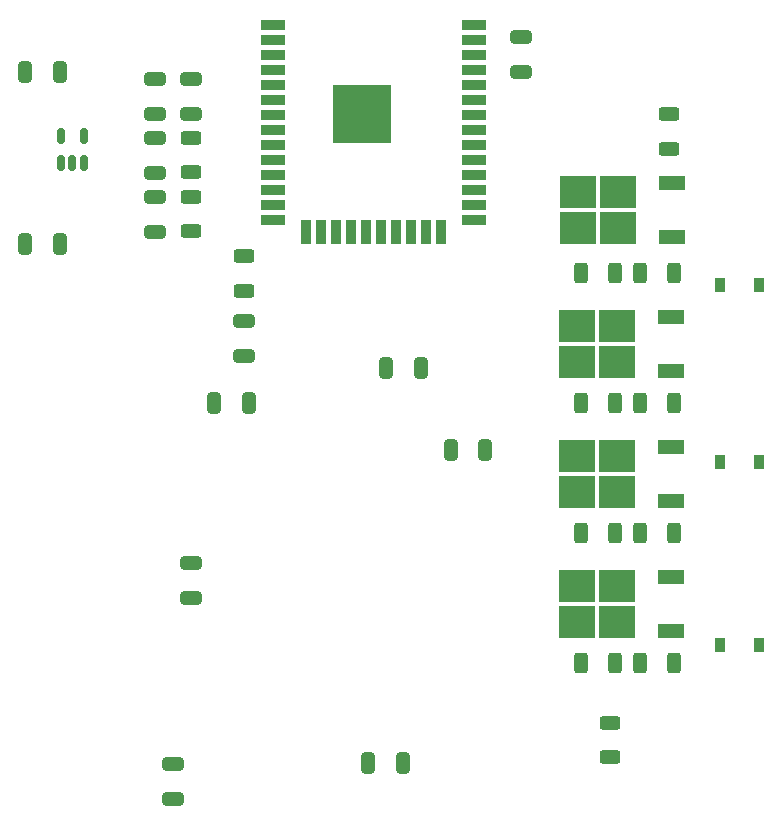
<source format=gtp>
%TF.GenerationSoftware,KiCad,Pcbnew,6.0.2+dfsg-1*%
%TF.CreationDate,2022-06-19T17:26:26+02:00*%
%TF.ProjectId,PlantSensor,506c616e-7453-4656-9e73-6f722e6b6963,3*%
%TF.SameCoordinates,PX5f5e100PY623a7c0*%
%TF.FileFunction,Paste,Top*%
%TF.FilePolarity,Positive*%
%FSLAX46Y46*%
G04 Gerber Fmt 4.6, Leading zero omitted, Abs format (unit mm)*
G04 Created by KiCad (PCBNEW 6.0.2+dfsg-1) date 2022-06-19 17:26:26*
%MOMM*%
%LPD*%
G01*
G04 APERTURE LIST*
G04 Aperture macros list*
%AMRoundRect*
0 Rectangle with rounded corners*
0 $1 Rounding radius*
0 $2 $3 $4 $5 $6 $7 $8 $9 X,Y pos of 4 corners*
0 Add a 4 corners polygon primitive as box body*
4,1,4,$2,$3,$4,$5,$6,$7,$8,$9,$2,$3,0*
0 Add four circle primitives for the rounded corners*
1,1,$1+$1,$2,$3*
1,1,$1+$1,$4,$5*
1,1,$1+$1,$6,$7*
1,1,$1+$1,$8,$9*
0 Add four rect primitives between the rounded corners*
20,1,$1+$1,$2,$3,$4,$5,0*
20,1,$1+$1,$4,$5,$6,$7,0*
20,1,$1+$1,$6,$7,$8,$9,0*
20,1,$1+$1,$8,$9,$2,$3,0*%
G04 Aperture macros list end*
%ADD10RoundRect,0.250000X0.312500X0.625000X-0.312500X0.625000X-0.312500X-0.625000X0.312500X-0.625000X0*%
%ADD11RoundRect,0.250000X0.325000X0.650000X-0.325000X0.650000X-0.325000X-0.650000X0.325000X-0.650000X0*%
%ADD12RoundRect,0.250000X0.625000X-0.312500X0.625000X0.312500X-0.625000X0.312500X-0.625000X-0.312500X0*%
%ADD13R,0.900000X1.200000*%
%ADD14RoundRect,0.250000X0.650000X-0.325000X0.650000X0.325000X-0.650000X0.325000X-0.650000X-0.325000X0*%
%ADD15RoundRect,0.250000X-0.625000X0.312500X-0.625000X-0.312500X0.625000X-0.312500X0.625000X0.312500X0*%
%ADD16R,3.050000X2.750000*%
%ADD17R,2.200000X1.200000*%
%ADD18RoundRect,0.250000X-0.325000X-0.650000X0.325000X-0.650000X0.325000X0.650000X-0.325000X0.650000X0*%
%ADD19RoundRect,0.250000X-0.650000X0.325000X-0.650000X-0.325000X0.650000X-0.325000X0.650000X0.325000X0*%
%ADD20R,2.000000X0.900000*%
%ADD21R,0.900000X2.000000*%
%ADD22R,5.000000X5.000000*%
%ADD23RoundRect,0.150000X0.150000X-0.512500X0.150000X0.512500X-0.150000X0.512500X-0.150000X-0.512500X0*%
G04 APERTURE END LIST*
D10*
%TO.C,R2*%
X60462500Y47000000D03*
X57537500Y47000000D03*
%TD*%
D11*
%TO.C,C14*%
X8475000Y64000000D03*
X5525000Y64000000D03*
%TD*%
D10*
%TO.C,R8*%
X55462500Y25000000D03*
X52537500Y25000000D03*
%TD*%
D12*
%TO.C,R13*%
X19500000Y50537500D03*
X19500000Y53462500D03*
%TD*%
D13*
%TO.C,D3*%
X64350000Y15500000D03*
X67650000Y15500000D03*
%TD*%
%TO.C,D1*%
X64350000Y46000000D03*
X67650000Y46000000D03*
%TD*%
D14*
%TO.C,C1*%
X47500000Y64025000D03*
X47500000Y66975000D03*
%TD*%
D11*
%TO.C,C12*%
X38975000Y39000000D03*
X36025000Y39000000D03*
%TD*%
D14*
%TO.C,C9*%
X18000000Y2525000D03*
X18000000Y5475000D03*
%TD*%
%TO.C,C2*%
X16515000Y60525000D03*
X16515000Y63475000D03*
%TD*%
%TO.C,C3*%
X19500000Y60525000D03*
X19500000Y63475000D03*
%TD*%
D15*
%TO.C,R12*%
X60000000Y60462500D03*
X60000000Y57537500D03*
%TD*%
D16*
%TO.C,Q2*%
X52225000Y39475000D03*
X52225000Y42525000D03*
X55575000Y39475000D03*
X55575000Y42525000D03*
D17*
X60200000Y38720000D03*
X60200000Y43280000D03*
%TD*%
D10*
%TO.C,R6*%
X55462500Y47000000D03*
X52537500Y47000000D03*
%TD*%
D12*
%TO.C,R1*%
X55000000Y6037500D03*
X55000000Y8962500D03*
%TD*%
D18*
%TO.C,C8*%
X21525000Y36000000D03*
X24475000Y36000000D03*
%TD*%
D16*
%TO.C,Q4*%
X55575000Y20525000D03*
X52225000Y20525000D03*
X55575000Y17475000D03*
X52225000Y17475000D03*
D17*
X60200000Y16720000D03*
X60200000Y21280000D03*
%TD*%
D16*
%TO.C,Q3*%
X55575000Y28475000D03*
X52225000Y31525000D03*
X55575000Y31525000D03*
X52225000Y28475000D03*
D17*
X60200000Y27720000D03*
X60200000Y32280000D03*
%TD*%
D19*
%TO.C,C5*%
X24000000Y42975000D03*
X24000000Y40025000D03*
%TD*%
D10*
%TO.C,R5*%
X60462500Y14000000D03*
X57537500Y14000000D03*
%TD*%
D20*
%TO.C,U3*%
X26500000Y68005000D03*
X26500000Y66735000D03*
X26500000Y65465000D03*
X26500000Y64195000D03*
X26500000Y62925000D03*
X26500000Y61655000D03*
X26500000Y60385000D03*
X26500000Y59115000D03*
X26500000Y57845000D03*
X26500000Y56575000D03*
X26500000Y55305000D03*
X26500000Y54035000D03*
X26500000Y52765000D03*
X26500000Y51495000D03*
D21*
X29285000Y50495000D03*
X30555000Y50495000D03*
X31825000Y50495000D03*
X33095000Y50495000D03*
X34365000Y50495000D03*
X35635000Y50495000D03*
X36905000Y50495000D03*
X38175000Y50495000D03*
X39445000Y50495000D03*
X40715000Y50495000D03*
D20*
X43500000Y51495000D03*
X43500000Y52765000D03*
X43500000Y54035000D03*
X43500000Y55305000D03*
X43500000Y56575000D03*
X43500000Y57845000D03*
X43500000Y59115000D03*
X43500000Y60385000D03*
X43500000Y61655000D03*
X43500000Y62925000D03*
X43500000Y64195000D03*
X43500000Y65465000D03*
X43500000Y66735000D03*
X43500000Y68005000D03*
D22*
X34000000Y60505000D03*
%TD*%
D16*
%TO.C,Q1*%
X55675000Y50855000D03*
X52325000Y50855000D03*
X52325000Y53905000D03*
X55675000Y53905000D03*
D17*
X60300000Y50100000D03*
X60300000Y54660000D03*
%TD*%
D14*
%TO.C,C4*%
X16500000Y55525000D03*
X16500000Y58475000D03*
%TD*%
D18*
%TO.C,C11*%
X34525000Y5500000D03*
X37475000Y5500000D03*
%TD*%
D15*
%TO.C,R10*%
X19500000Y58462500D03*
X19500000Y55537500D03*
%TD*%
D18*
%TO.C,C10*%
X5525000Y49500000D03*
X8475000Y49500000D03*
%TD*%
%TO.C,C7*%
X41525000Y32000000D03*
X44475000Y32000000D03*
%TD*%
D23*
%TO.C,U2*%
X8550000Y56362500D03*
X9500000Y56362500D03*
X10450000Y56362500D03*
X10450000Y58637500D03*
X8550000Y58637500D03*
%TD*%
D14*
%TO.C,C6*%
X16500000Y50525000D03*
X16500000Y53475000D03*
%TD*%
%TO.C,C13*%
X19500000Y19525000D03*
X19500000Y22475000D03*
%TD*%
D15*
%TO.C,R11*%
X24000000Y48462500D03*
X24000000Y45537500D03*
%TD*%
D13*
%TO.C,D2*%
X64350000Y31000000D03*
X67650000Y31000000D03*
%TD*%
D10*
%TO.C,R3*%
X60462500Y36000000D03*
X57537500Y36000000D03*
%TD*%
%TO.C,R7*%
X55462500Y36000000D03*
X52537500Y36000000D03*
%TD*%
%TO.C,R9*%
X55462500Y14000000D03*
X52537500Y14000000D03*
%TD*%
%TO.C,R4*%
X60462500Y25000000D03*
X57537500Y25000000D03*
%TD*%
M02*

</source>
